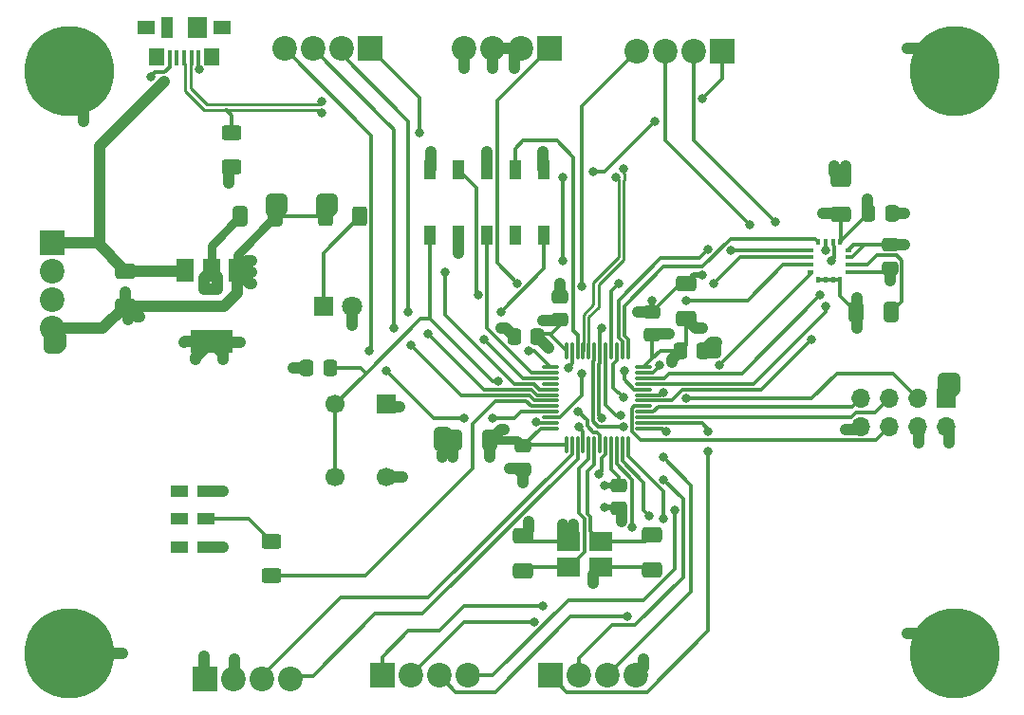
<source format=gbr>
%TF.GenerationSoftware,KiCad,Pcbnew,(6.0.9)*%
%TF.CreationDate,2022-12-05T13:16:43+00:00*%
%TF.ProjectId,stm32controller,73746d33-3263-46f6-9e74-726f6c6c6572,rev?*%
%TF.SameCoordinates,Original*%
%TF.FileFunction,Copper,L1,Top*%
%TF.FilePolarity,Positive*%
%FSLAX46Y46*%
G04 Gerber Fmt 4.6, Leading zero omitted, Abs format (unit mm)*
G04 Created by KiCad (PCBNEW (6.0.9)) date 2022-12-05 13:16:43*
%MOMM*%
%LPD*%
G01*
G04 APERTURE LIST*
G04 Aperture macros list*
%AMRoundRect*
0 Rectangle with rounded corners*
0 $1 Rounding radius*
0 $2 $3 $4 $5 $6 $7 $8 $9 X,Y pos of 4 corners*
0 Add a 4 corners polygon primitive as box body*
4,1,4,$2,$3,$4,$5,$6,$7,$8,$9,$2,$3,0*
0 Add four circle primitives for the rounded corners*
1,1,$1+$1,$2,$3*
1,1,$1+$1,$4,$5*
1,1,$1+$1,$6,$7*
1,1,$1+$1,$8,$9*
0 Add four rect primitives between the rounded corners*
20,1,$1+$1,$2,$3,$4,$5,0*
20,1,$1+$1,$4,$5,$6,$7,0*
20,1,$1+$1,$6,$7,$8,$9,0*
20,1,$1+$1,$8,$9,$2,$3,0*%
G04 Aperture macros list end*
%TA.AperFunction,SMDPad,CuDef*%
%ADD10RoundRect,0.250000X0.475000X-0.337500X0.475000X0.337500X-0.475000X0.337500X-0.475000X-0.337500X0*%
%TD*%
%TA.AperFunction,SMDPad,CuDef*%
%ADD11R,1.500000X2.000000*%
%TD*%
%TA.AperFunction,SMDPad,CuDef*%
%ADD12R,3.800000X2.000000*%
%TD*%
%TA.AperFunction,SMDPad,CuDef*%
%ADD13R,2.100000X1.800000*%
%TD*%
%TA.AperFunction,ComponentPad*%
%ADD14R,2.200000X2.200000*%
%TD*%
%TA.AperFunction,ComponentPad*%
%ADD15C,2.200000*%
%TD*%
%TA.AperFunction,ComponentPad*%
%ADD16C,1.700000*%
%TD*%
%TA.AperFunction,ComponentPad*%
%ADD17R,1.700000X1.700000*%
%TD*%
%TA.AperFunction,SMDPad,CuDef*%
%ADD18RoundRect,0.250000X0.412500X0.650000X-0.412500X0.650000X-0.412500X-0.650000X0.412500X-0.650000X0*%
%TD*%
%TA.AperFunction,SMDPad,CuDef*%
%ADD19R,1.020000X1.780000*%
%TD*%
%TA.AperFunction,SMDPad,CuDef*%
%ADD20RoundRect,0.250000X-0.475000X0.337500X-0.475000X-0.337500X0.475000X-0.337500X0.475000X0.337500X0*%
%TD*%
%TA.AperFunction,ComponentPad*%
%ADD21R,1.800000X1.800000*%
%TD*%
%TA.AperFunction,ComponentPad*%
%ADD22C,1.800000*%
%TD*%
%TA.AperFunction,SMDPad,CuDef*%
%ADD23RoundRect,0.075000X0.075000X-0.662500X0.075000X0.662500X-0.075000X0.662500X-0.075000X-0.662500X0*%
%TD*%
%TA.AperFunction,SMDPad,CuDef*%
%ADD24RoundRect,0.075000X0.662500X-0.075000X0.662500X0.075000X-0.662500X0.075000X-0.662500X-0.075000X0*%
%TD*%
%TA.AperFunction,SMDPad,CuDef*%
%ADD25RoundRect,0.250000X0.337500X0.475000X-0.337500X0.475000X-0.337500X-0.475000X0.337500X-0.475000X0*%
%TD*%
%TA.AperFunction,SMDPad,CuDef*%
%ADD26R,0.450000X1.380000*%
%TD*%
%TA.AperFunction,SMDPad,CuDef*%
%ADD27R,1.425000X1.550000*%
%TD*%
%TA.AperFunction,SMDPad,CuDef*%
%ADD28R,1.650000X1.300000*%
%TD*%
%TA.AperFunction,SMDPad,CuDef*%
%ADD29R,1.800000X1.900000*%
%TD*%
%TA.AperFunction,SMDPad,CuDef*%
%ADD30R,1.000000X1.900000*%
%TD*%
%TA.AperFunction,SMDPad,CuDef*%
%ADD31RoundRect,0.250000X-0.650000X0.412500X-0.650000X-0.412500X0.650000X-0.412500X0.650000X0.412500X0*%
%TD*%
%TA.AperFunction,SMDPad,CuDef*%
%ADD32RoundRect,0.250000X0.650000X-0.412500X0.650000X0.412500X-0.650000X0.412500X-0.650000X-0.412500X0*%
%TD*%
%TA.AperFunction,ConnectorPad*%
%ADD33C,8.000000*%
%TD*%
%TA.AperFunction,ComponentPad*%
%ADD34C,4.400000*%
%TD*%
%TA.AperFunction,SMDPad,CuDef*%
%ADD35RoundRect,0.250000X-0.337500X-0.475000X0.337500X-0.475000X0.337500X0.475000X-0.337500X0.475000X0*%
%TD*%
%TA.AperFunction,SMDPad,CuDef*%
%ADD36RoundRect,0.250000X0.625000X-0.400000X0.625000X0.400000X-0.625000X0.400000X-0.625000X-0.400000X0*%
%TD*%
%TA.AperFunction,ComponentPad*%
%ADD37O,1.700000X1.700000*%
%TD*%
%TA.AperFunction,SMDPad,CuDef*%
%ADD38RoundRect,0.100000X-0.100000X0.175000X-0.100000X-0.175000X0.100000X-0.175000X0.100000X0.175000X0*%
%TD*%
%TA.AperFunction,SMDPad,CuDef*%
%ADD39RoundRect,0.100000X-0.175000X0.100000X-0.175000X-0.100000X0.175000X-0.100000X0.175000X0.100000X0*%
%TD*%
%TA.AperFunction,SMDPad,CuDef*%
%ADD40R,1.600000X1.000000*%
%TD*%
%TA.AperFunction,SMDPad,CuDef*%
%ADD41RoundRect,0.250000X-0.625000X0.400000X-0.625000X-0.400000X0.625000X-0.400000X0.625000X0.400000X0*%
%TD*%
%TA.AperFunction,SMDPad,CuDef*%
%ADD42RoundRect,0.250000X-0.400000X-0.625000X0.400000X-0.625000X0.400000X0.625000X-0.400000X0.625000X0*%
%TD*%
%TA.AperFunction,SMDPad,CuDef*%
%ADD43RoundRect,0.250000X-0.412500X-0.650000X0.412500X-0.650000X0.412500X0.650000X-0.412500X0.650000X0*%
%TD*%
%TA.AperFunction,ViaPad*%
%ADD44C,0.800000*%
%TD*%
%TA.AperFunction,Conductor*%
%ADD45C,0.300000*%
%TD*%
%TA.AperFunction,Conductor*%
%ADD46C,1.000000*%
%TD*%
%TA.AperFunction,Conductor*%
%ADD47C,0.750000*%
%TD*%
%TA.AperFunction,Conductor*%
%ADD48C,0.500000*%
%TD*%
%TA.AperFunction,Conductor*%
%ADD49C,0.274828*%
%TD*%
G04 APERTURE END LIST*
D10*
%TO.P,C7,1*%
%TO.N,+3V3*%
X90000000Y-55575000D03*
%TO.P,C7,2*%
%TO.N,GND*%
X90000000Y-53500000D03*
%TD*%
D11*
%TO.P,U2,1,GND*%
%TO.N,GND*%
X52970000Y-49850000D03*
D12*
%TO.P,U2,2,VO*%
%TO.N,+3V3*%
X50670000Y-56150000D03*
D11*
X50670000Y-49850000D03*
%TO.P,U2,3,VI*%
%TO.N,+7.5V*%
X48370000Y-49850000D03*
%TD*%
D13*
%TO.P,Y1,1,1*%
%TO.N,/RCC_OSC_IN*%
X82500000Y-76300000D03*
%TO.P,Y1,2,2*%
%TO.N,GND*%
X85400000Y-76300000D03*
%TO.P,Y1,3,3*%
%TO.N,/RCC_OSC_OUT*%
X85400000Y-74000000D03*
%TO.P,Y1,4,4*%
%TO.N,GND*%
X82500000Y-74000000D03*
%TD*%
D14*
%TO.P,J8,1,Pin_1*%
%TO.N,A0*%
X65920000Y-86000000D03*
D15*
%TO.P,J8,2,Pin_2*%
%TO.N,A1*%
X68460000Y-86000000D03*
%TO.P,J8,3,Pin_3*%
%TO.N,A2*%
X71000000Y-86000000D03*
%TO.P,J8,4,Pin_4*%
%TO.N,A3*%
X73540000Y-86000000D03*
%TD*%
D16*
%TO.P,SW1,1,A*%
%TO.N,GND*%
X66250000Y-68250000D03*
D17*
X66250000Y-61750000D03*
D16*
%TO.P,SW1,2,B*%
%TO.N,nRST*%
X61750000Y-61750000D03*
X61750000Y-68250000D03*
%TD*%
D18*
%TO.P,C17,1*%
%TO.N,Net-(C17-Pad1)*%
X111325000Y-53537500D03*
%TO.P,C17,2*%
%TO.N,GND*%
X108200000Y-53537500D03*
%TD*%
D19*
%TO.P,J10,1,Pin_1*%
%TO.N,+3V3*%
X80330000Y-40840000D03*
%TO.P,J10,2,Pin_2*%
%TO.N,SWDIO*%
X77790000Y-40840000D03*
%TO.P,J10,3,Pin_3*%
%TO.N,GND*%
X75250000Y-40840000D03*
%TO.P,J10,4,Pin_4*%
%TO.N,SWCLK*%
X72710000Y-40840000D03*
%TO.P,J10,5,Pin_5*%
%TO.N,GND*%
X70170000Y-40840000D03*
%TO.P,J10,6,Pin_6*%
%TO.N,TDO*%
X80330000Y-46660000D03*
%TO.P,J10,7,Pin_7*%
%TO.N,unconnected-(J10-Pad7)*%
X77790000Y-46660000D03*
%TO.P,J10,8,Pin_8*%
%TO.N,TDI*%
X75250000Y-46660000D03*
%TO.P,J10,9,Pin_9*%
%TO.N,GND*%
X72710000Y-46660000D03*
%TO.P,J10,10,Pin_10*%
%TO.N,nRST*%
X70170000Y-46660000D03*
%TD*%
D20*
%TO.P,C10,1*%
%TO.N,+3V3*%
X87000000Y-69000000D03*
%TO.P,C10,2*%
%TO.N,GND*%
X87000000Y-71075000D03*
%TD*%
D14*
%TO.P,J3,1,Pin_1*%
%TO.N,+3V3*%
X50130000Y-86288345D03*
D15*
%TO.P,J3,2,Pin_2*%
%TO.N,GND*%
X52670000Y-86288345D03*
%TO.P,J3,3,Pin_3*%
%TO.N,C13*%
X55210000Y-86288345D03*
%TO.P,J3,4,Pin_4*%
%TO.N,C14*%
X57750000Y-86288345D03*
%TD*%
D21*
%TO.P,D1,1,K*%
%TO.N,Net-(D1-Pad1)*%
X60670000Y-53000000D03*
D22*
%TO.P,D1,2,A*%
%TO.N,+3V3*%
X63210000Y-53000000D03*
%TD*%
D14*
%TO.P,J6,1,Pin_1*%
%TO.N,D9*%
X80815000Y-30000000D03*
D15*
%TO.P,J6,2,Pin_2*%
%TO.N,GND*%
X78275000Y-30000000D03*
%TO.P,J6,3,Pin_3*%
X75735000Y-30000000D03*
%TO.P,J6,4,Pin_4*%
%TO.N,+3V3*%
X73195000Y-30000000D03*
%TD*%
D23*
%TO.P,U1,1,VBAT*%
%TO.N,+3V3*%
X82350000Y-65362500D03*
%TO.P,U1,2,PC13*%
%TO.N,C13*%
X82850000Y-65362500D03*
%TO.P,U1,3,PC14*%
%TO.N,C14*%
X83350000Y-65362500D03*
%TO.P,U1,4,PC15*%
%TO.N,C15*%
X83850000Y-65362500D03*
%TO.P,U1,5,PD0*%
%TO.N,/RCC_OSC_IN*%
X84350000Y-65362500D03*
%TO.P,U1,6,PD1*%
%TO.N,/RCC_OSC_OUT*%
X84850000Y-65362500D03*
%TO.P,U1,7,NRST*%
%TO.N,nRST*%
X85350000Y-65362500D03*
%TO.P,U1,8,VSSA*%
%TO.N,GND*%
X85850000Y-65362500D03*
%TO.P,U1,9,VDDA*%
%TO.N,+3V3*%
X86350000Y-65362500D03*
%TO.P,U1,10,PA0*%
%TO.N,A0*%
X86850000Y-65362500D03*
%TO.P,U1,11,PA1*%
%TO.N,A1*%
X87350000Y-65362500D03*
%TO.P,U1,12,PA2*%
%TO.N,A2*%
X87850000Y-65362500D03*
D24*
%TO.P,U1,13,PA3*%
%TO.N,A3*%
X89262500Y-63950000D03*
%TO.P,U1,14,PA4*%
%TO.N,A4*%
X89262500Y-63450000D03*
%TO.P,U1,15,PA5*%
%TO.N,SCK*%
X89262500Y-62950000D03*
%TO.P,U1,16,PA6*%
%TO.N,MISO*%
X89262500Y-62450000D03*
%TO.P,U1,17,PA7*%
%TO.N,MOSI*%
X89262500Y-61950000D03*
%TO.P,U1,18,PB0*%
%TO.N,D0*%
X89262500Y-61450000D03*
%TO.P,U1,19,PB1*%
%TO.N,D1*%
X89262500Y-60950000D03*
%TO.P,U1,20,PB2*%
%TO.N,D2*%
X89262500Y-60450000D03*
%TO.P,U1,21,PB10*%
%TO.N,I2C_SCL*%
X89262500Y-59950000D03*
%TO.P,U1,22,PB11*%
%TO.N,I2C_SDA*%
X89262500Y-59450000D03*
%TO.P,U1,23,VSS*%
%TO.N,GND*%
X89262500Y-58950000D03*
%TO.P,U1,24,VDD*%
%TO.N,+3V3*%
X89262500Y-58450000D03*
D23*
%TO.P,U1,25,PB12*%
%TO.N,GYRO_SDO*%
X87850000Y-57037500D03*
%TO.P,U1,26,PB13*%
%TO.N,GYRO_CS*%
X87350000Y-57037500D03*
%TO.P,U1,27,PB14*%
%TO.N,DEN*%
X86850000Y-57037500D03*
%TO.P,U1,28,PB15*%
%TO.N,DRDY*%
X86350000Y-57037500D03*
%TO.P,U1,29,PA8*%
%TO.N,nrf_CE*%
X85850000Y-57037500D03*
%TO.P,U1,30,PA9*%
%TO.N,GYRO_INT*%
X85350000Y-57037500D03*
%TO.P,U1,31,PA10*%
%TO.N,A10*%
X84850000Y-57037500D03*
%TO.P,U1,32,PA11*%
%TO.N,/USB_D-*%
X84350000Y-57037500D03*
%TO.P,U1,33,PA12*%
%TO.N,/USB_D+*%
X83850000Y-57037500D03*
%TO.P,U1,34,PA13*%
%TO.N,SWDIO*%
X83350000Y-57037500D03*
%TO.P,U1,35,VSS*%
%TO.N,GND*%
X82850000Y-57037500D03*
%TO.P,U1,36,VDD*%
%TO.N,+3V3*%
X82350000Y-57037500D03*
D24*
%TO.P,U1,37,PA14*%
%TO.N,SWCLK*%
X80937500Y-58450000D03*
%TO.P,U1,38,PA15*%
%TO.N,TDI*%
X80937500Y-58950000D03*
%TO.P,U1,39,PB3*%
%TO.N,TDO*%
X80937500Y-59450000D03*
%TO.P,U1,40,PB4*%
%TO.N,unconnected-(U1-Pad40)*%
X80937500Y-59950000D03*
%TO.P,U1,41,PB5*%
%TO.N,D5*%
X80937500Y-60450000D03*
%TO.P,U1,42,PB6*%
%TO.N,D6*%
X80937500Y-60950000D03*
%TO.P,U1,43,PB7*%
%TO.N,D7*%
X80937500Y-61450000D03*
%TO.P,U1,44,BOOT0*%
%TO.N,/variable_boot*%
X80937500Y-61950000D03*
%TO.P,U1,45,PB8*%
%TO.N,D8*%
X80937500Y-62450000D03*
%TO.P,U1,46,PB9*%
%TO.N,D9*%
X80937500Y-62950000D03*
%TO.P,U1,47,VSS*%
%TO.N,GND*%
X80937500Y-63450000D03*
%TO.P,U1,48,VDD*%
%TO.N,+3V3*%
X80937500Y-63950000D03*
%TD*%
D25*
%TO.P,C1,1*%
%TO.N,nRST*%
X61250000Y-58500000D03*
%TO.P,C1,2*%
%TO.N,GND*%
X59175000Y-58500000D03*
%TD*%
D26*
%TO.P,J2,1,VBUS*%
%TO.N,+7.5V*%
X49550000Y-30810000D03*
%TO.P,J2,2,D-*%
%TO.N,/USB_D-*%
X48900000Y-30810000D03*
%TO.P,J2,3,D+*%
%TO.N,/USB_D+*%
X48250000Y-30810000D03*
%TO.P,J2,4,ID*%
%TO.N,unconnected-(J2-Pad4)*%
X47600000Y-30810000D03*
%TO.P,J2,5,GND*%
%TO.N,GND*%
X46950000Y-30810000D03*
D27*
%TO.P,J2,6,Shield*%
%TO.N,unconnected-(J2-Pad6)*%
X50737500Y-30725000D03*
D28*
X44875000Y-28150000D03*
X51625000Y-28150000D03*
D27*
X45762500Y-30725000D03*
D29*
X49400000Y-28150000D03*
D30*
X46700000Y-28150000D03*
%TD*%
D14*
%TO.P,J5,1,Pin_1*%
%TO.N,D5*%
X64815000Y-30000000D03*
D15*
%TO.P,J5,2,Pin_2*%
%TO.N,D6*%
X62275000Y-30000000D03*
%TO.P,J5,3,Pin_3*%
%TO.N,D7*%
X59735000Y-30000000D03*
%TO.P,J5,4,Pin_4*%
%TO.N,D8*%
X57195000Y-30000000D03*
%TD*%
D31*
%TO.P,C12,1*%
%TO.N,+7.5V*%
X43000000Y-49875000D03*
%TO.P,C12,2*%
%TO.N,GND*%
X43000000Y-53000000D03*
%TD*%
D32*
%TO.P,C3,1*%
%TO.N,/RCC_OSC_IN*%
X78500000Y-76625000D03*
%TO.P,C3,2*%
%TO.N,GND*%
X78500000Y-73500000D03*
%TD*%
D33*
%TO.P,H2,1,1*%
%TO.N,GND*%
X38000000Y-32000000D03*
D34*
X38000000Y-32000000D03*
%TD*%
D35*
%TO.P,C14,1*%
%TO.N,+3V3*%
X109300000Y-44725000D03*
%TO.P,C14,2*%
%TO.N,GND*%
X111375000Y-44725000D03*
%TD*%
D34*
%TO.P,H4,1,1*%
%TO.N,GND*%
X117000000Y-84000000D03*
D33*
X117000000Y-84000000D03*
%TD*%
D14*
%TO.P,J4,1,Pin_1*%
%TO.N,C15*%
X96290000Y-30250000D03*
D15*
%TO.P,J4,2,Pin_2*%
%TO.N,D0*%
X93750000Y-30250000D03*
%TO.P,J4,3,Pin_3*%
%TO.N,D1*%
X91210000Y-30250000D03*
%TO.P,J4,4,Pin_4*%
%TO.N,D2*%
X88670000Y-30250000D03*
%TD*%
D18*
%TO.P,C2,1*%
%TO.N,+3V3*%
X75500000Y-65000000D03*
%TO.P,C2,2*%
%TO.N,GND*%
X72375000Y-65000000D03*
%TD*%
D36*
%TO.P,R5,1*%
%TO.N,+3V3*%
X52500000Y-40600000D03*
%TO.P,R5,2*%
%TO.N,/USB_D+*%
X52500000Y-37500000D03*
%TD*%
D32*
%TO.P,C16,1*%
%TO.N,+3V3*%
X106800000Y-44787500D03*
%TO.P,C16,2*%
%TO.N,GND*%
X106800000Y-41662500D03*
%TD*%
D10*
%TO.P,C6,1*%
%TO.N,+3V3*%
X81750000Y-54250000D03*
%TO.P,C6,2*%
%TO.N,GND*%
X81750000Y-52175000D03*
%TD*%
D32*
%TO.P,C11,1*%
%TO.N,+3V3*%
X93000000Y-54125000D03*
%TO.P,C11,2*%
%TO.N,GND*%
X93000000Y-51000000D03*
%TD*%
D17*
%TO.P,J1,1,Pin_1*%
%TO.N,GND*%
X116250000Y-61250000D03*
D37*
%TO.P,J1,2,Pin_2*%
%TO.N,+3V3*%
X116250000Y-63790000D03*
%TO.P,J1,3,Pin_3*%
%TO.N,nrf_CE*%
X113710000Y-61250000D03*
%TO.P,J1,4,Pin_4*%
%TO.N,+3V3*%
X113710000Y-63790000D03*
%TO.P,J1,5,Pin_5*%
%TO.N,SCK*%
X111170000Y-61250000D03*
%TO.P,J1,6,Pin_6*%
%TO.N,MOSI*%
X111170000Y-63790000D03*
%TO.P,J1,7,Pin_7*%
%TO.N,MISO*%
X108630000Y-61250000D03*
%TO.P,J1,8,Pin_8*%
%TO.N,+3V3*%
X108630000Y-63790000D03*
%TD*%
D38*
%TO.P,U3,1,VDDIO*%
%TO.N,+3V3*%
X106775000Y-47275000D03*
%TO.P,U3,2,SCL/SPC*%
%TO.N,I2C_SCL*%
X106125000Y-47275000D03*
%TO.P,U3,3,SDA/SDI/SDO*%
%TO.N,I2C_SDA*%
X105475000Y-47275000D03*
%TO.P,U3,4,SDO/SA0*%
%TO.N,GYRO_SDO*%
X104825000Y-47275000D03*
D39*
%TO.P,U3,5,CS*%
%TO.N,GYRO_CS*%
X104100000Y-48000000D03*
%TO.P,U3,6,DRDY/INT2*%
%TO.N,DRDY*%
X104100000Y-48650000D03*
%TO.P,U3,7,INT1*%
%TO.N,GYRO_INT*%
X104100000Y-49300000D03*
%TO.P,U3,8,RES(GND)*%
%TO.N,DEN*%
X104100000Y-49950000D03*
D38*
%TO.P,U3,9,RES(GND)*%
%TO.N,GND*%
X104825000Y-50675000D03*
%TO.P,U3,10,RES(GND)*%
X105475000Y-50675000D03*
%TO.P,U3,11,RES(GND)*%
X106125000Y-50675000D03*
%TO.P,U3,12,RES(GND)*%
X106775000Y-50675000D03*
D39*
%TO.P,U3,13,GND*%
X107500000Y-49950000D03*
%TO.P,U3,14,RES(CAP)*%
%TO.N,Net-(C17-Pad1)*%
X107500000Y-49300000D03*
%TO.P,U3,15,RES(VDD)*%
%TO.N,+3V3*%
X107500000Y-48650000D03*
%TO.P,U3,16,VDD*%
X107500000Y-48000000D03*
%TD*%
D20*
%TO.P,C9,1*%
%TO.N,+3V3*%
X78500000Y-65500000D03*
%TO.P,C9,2*%
%TO.N,GND*%
X78500000Y-67575000D03*
%TD*%
D25*
%TO.P,C4,1*%
%TO.N,+3V3*%
X79750000Y-55750000D03*
%TO.P,C4,2*%
%TO.N,GND*%
X77675000Y-55750000D03*
%TD*%
D20*
%TO.P,C15,1*%
%TO.N,+3V3*%
X111200000Y-47537500D03*
%TO.P,C15,2*%
%TO.N,GND*%
X111200000Y-49612500D03*
%TD*%
D14*
%TO.P,J9,1,Pin_1*%
%TO.N,A4*%
X80920000Y-86000000D03*
D15*
%TO.P,J9,2,Pin_2*%
%TO.N,GYRO_INT*%
X83460000Y-86000000D03*
%TO.P,J9,3,Pin_3*%
%TO.N,A10*%
X86000000Y-86000000D03*
%TO.P,J9,4,Pin_4*%
%TO.N,GND*%
X88540000Y-86000000D03*
%TD*%
D40*
%TO.P,SW2,1,A*%
%TO.N,GND*%
X50200000Y-69500000D03*
%TO.P,SW2,2,B*%
%TO.N,Net-(R1-Pad1)*%
X50200000Y-72000000D03*
%TO.P,SW2,3,C*%
%TO.N,+3V3*%
X50200000Y-74500000D03*
%TO.P,SW2,4*%
%TO.N,N/C*%
X47800000Y-69500000D03*
%TO.P,SW2,5*%
X47800000Y-72000000D03*
%TO.P,SW2,6*%
X47800000Y-74500000D03*
%TD*%
D34*
%TO.P,H3,1,1*%
%TO.N,GND*%
X117000000Y-32000000D03*
D33*
X117000000Y-32000000D03*
%TD*%
D14*
%TO.P,J7,1,Pin_1*%
%TO.N,+7.5V*%
X36500000Y-47380000D03*
D15*
%TO.P,J7,2,Pin_2*%
%TO.N,unconnected-(J7-Pad2)*%
X36500000Y-49920000D03*
%TO.P,J7,3,Pin_3*%
%TO.N,unconnected-(J7-Pad3)*%
X36500000Y-52460000D03*
%TO.P,J7,4,Pin_4*%
%TO.N,GND*%
X36500000Y-55000000D03*
%TD*%
D41*
%TO.P,R1,1*%
%TO.N,Net-(R1-Pad1)*%
X56000000Y-74000000D03*
%TO.P,R1,2*%
%TO.N,/variable_boot*%
X56000000Y-77100000D03*
%TD*%
D31*
%TO.P,C5,1*%
%TO.N,/RCC_OSC_OUT*%
X90000000Y-73437500D03*
%TO.P,C5,2*%
%TO.N,GND*%
X90000000Y-76562500D03*
%TD*%
D42*
%TO.P,R6,1*%
%TO.N,GND*%
X60855000Y-45000000D03*
%TO.P,R6,2*%
%TO.N,Net-(D1-Pad1)*%
X63955000Y-45000000D03*
%TD*%
D43*
%TO.P,C13,1*%
%TO.N,+3V3*%
X53280000Y-45000000D03*
%TO.P,C13,2*%
%TO.N,GND*%
X56405000Y-45000000D03*
%TD*%
D33*
%TO.P,H1,1,1*%
%TO.N,GND*%
X38000000Y-84000000D03*
D34*
X38000000Y-84000000D03*
%TD*%
D35*
%TO.P,C8,1*%
%TO.N,+3V3*%
X92500000Y-57000000D03*
%TO.P,C8,2*%
%TO.N,GND*%
X94575000Y-57000000D03*
%TD*%
D44*
%TO.N,A4*%
X95000000Y-64240500D03*
X95000000Y-66000000D03*
%TO.N,GYRO_INT*%
X91000000Y-68500000D03*
X93000000Y-52500000D03*
X85500000Y-55000000D03*
X85500000Y-63000500D03*
%TO.N,A10*%
X87425500Y-63750000D03*
X91000000Y-66500000D03*
%TO.N,GND*%
X58000000Y-58500000D03*
X76500000Y-55000000D03*
X95750000Y-56250000D03*
X43250000Y-54250000D03*
X67500000Y-62000000D03*
X39250000Y-36500000D03*
X84750000Y-77750000D03*
X54250000Y-50000000D03*
X90683328Y-58266668D03*
X87250000Y-72250000D03*
X72750000Y-48250000D03*
X72250000Y-66500000D03*
X75250000Y-39250000D03*
X75750000Y-31750000D03*
X37250000Y-56500000D03*
X57000000Y-43500000D03*
X44250000Y-54000000D03*
X77250000Y-67500000D03*
X112500000Y-44750000D03*
X54250000Y-51000000D03*
X82000000Y-72500000D03*
X107250000Y-40500000D03*
X111250000Y-50750000D03*
X56000000Y-43500000D03*
X79622909Y-63334091D03*
X71000000Y-64250000D03*
X42750000Y-84000000D03*
X43000000Y-51750000D03*
X94500000Y-50250000D03*
X89250000Y-84500000D03*
X117000000Y-59500000D03*
X88750000Y-53500000D03*
X85750000Y-71000000D03*
X77702912Y-31751438D03*
X45250000Y-32500000D03*
X51750000Y-69500000D03*
X95750000Y-57250000D03*
X52750000Y-84538345D03*
X70250000Y-39250000D03*
X108250000Y-52250000D03*
X112750000Y-82250000D03*
X71000000Y-65500000D03*
X106250000Y-40500000D03*
X83000000Y-72500000D03*
X81750000Y-51000000D03*
X82500000Y-58500000D03*
X67750000Y-68250000D03*
X60500000Y-43500000D03*
X36250000Y-56750000D03*
X108250000Y-55000000D03*
X85250000Y-68000000D03*
X54250000Y-49000000D03*
X71250000Y-66500000D03*
X112750000Y-30000000D03*
X79000000Y-72250000D03*
X78500000Y-68750000D03*
X61500000Y-43500000D03*
X90000000Y-52500000D03*
X116000000Y-59500000D03*
%TO.N,A0*%
X88250000Y-72750000D03*
X80250000Y-79750000D03*
%TO.N,A1*%
X79470023Y-81220023D03*
X89750000Y-71750000D03*
%TO.N,A2*%
X87750000Y-80750000D03*
X91000000Y-72000000D03*
%TO.N,A3*%
X91250000Y-64240500D03*
X92000000Y-71250000D03*
%TO.N,+7.5V*%
X46500000Y-33000000D03*
X49575001Y-31896108D03*
%TO.N,D9*%
X77970023Y-50970023D03*
X83750000Y-59000000D03*
%TO.N,D5*%
X71500000Y-50000000D03*
X69250000Y-37500000D03*
%TO.N,D6*%
X70000000Y-55500000D03*
X68250000Y-53500000D03*
%TO.N,D7*%
X68500000Y-56500000D03*
X67000000Y-55000000D03*
%TO.N,D8*%
X75750000Y-63000000D03*
X66250000Y-58750000D03*
X64750000Y-57000000D03*
X73250000Y-63000000D03*
%TO.N,C15*%
X90250000Y-36500000D03*
X83460889Y-63789111D03*
X82000000Y-49000000D03*
X94500000Y-34500000D03*
X84750000Y-41000000D03*
X82000000Y-41500000D03*
%TO.N,D0*%
X101000000Y-45500000D03*
X104250000Y-56000000D03*
%TO.N,D1*%
X91000000Y-60700500D03*
X98750000Y-45750000D03*
%TO.N,D2*%
X87500000Y-58750000D03*
X83750000Y-51250000D03*
%TO.N,/USB_D+*%
X60500000Y-35751600D03*
X86763555Y-41472925D03*
%TO.N,+3V3*%
X80750000Y-56750000D03*
X50000000Y-51500000D03*
X113750000Y-65250000D03*
X73250000Y-31750000D03*
X51750000Y-74500000D03*
X116500000Y-65250000D03*
X52250000Y-42000000D03*
X94500000Y-55000000D03*
X107250000Y-64000000D03*
X50000000Y-84288345D03*
X63250000Y-54750000D03*
X91750000Y-58000000D03*
X80220023Y-54279977D03*
X105250000Y-44750000D03*
X48250000Y-56250000D03*
X49250000Y-57750000D03*
X91500000Y-55500000D03*
X112500000Y-47500000D03*
X53250000Y-56250000D03*
X85750000Y-69000000D03*
X109250000Y-43500000D03*
X51750000Y-57750000D03*
X80250000Y-39250000D03*
X75500000Y-66500000D03*
X51250000Y-51500000D03*
X76750000Y-64000000D03*
%TO.N,nRST*%
X76250000Y-59750000D03*
X83392998Y-62392997D03*
%TO.N,I2C_SCL*%
X105500000Y-53000000D03*
X106000000Y-49000000D03*
%TO.N,I2C_SDA*%
X105000000Y-52000000D03*
X105500000Y-48000000D03*
%TO.N,GYRO_CS*%
X94970023Y-47970023D03*
X97029977Y-48029977D03*
%TO.N,DRDY*%
X87000000Y-51000000D03*
X95500000Y-51000000D03*
%TO.N,DEN*%
X87447122Y-61155731D03*
X96000000Y-58250500D03*
%TO.N,nrf_CE*%
X87197768Y-62776787D03*
X93000000Y-61250500D03*
%TO.N,/USB_D-*%
X87472925Y-40763555D03*
X60500000Y-34748400D03*
%TO.N,SWCLK*%
X79000000Y-57000000D03*
X74500000Y-52000000D03*
%TO.N,TDO*%
X76500000Y-53500000D03*
X75000000Y-56000000D03*
%TD*%
D45*
%TO.N,A4*%
X95000000Y-64240500D02*
X95000000Y-64000000D01*
X94450000Y-63450000D02*
X89262500Y-63450000D01*
X82370000Y-87450000D02*
X80920000Y-86000000D01*
X95000000Y-82000000D02*
X89550000Y-87450000D01*
X89550000Y-87450000D02*
X82370000Y-87450000D01*
X95000000Y-82000000D02*
X95000000Y-66000000D01*
X95000000Y-64000000D02*
X94450000Y-63450000D01*
%TO.N,GYRO_INT*%
X85350000Y-58083148D02*
X85350000Y-57037500D01*
X101700000Y-49300000D02*
X104100000Y-49300000D01*
X85350000Y-55150000D02*
X85500000Y-55000000D01*
X92750000Y-77250000D02*
X92750000Y-70250000D01*
X86404366Y-81500000D02*
X88500000Y-81500000D01*
X85250000Y-58183148D02*
X85350000Y-58083148D01*
X85500000Y-63000500D02*
X85250000Y-62750500D01*
X98500000Y-52500000D02*
X101700000Y-49300000D01*
X85350000Y-57037500D02*
X85350000Y-55150000D01*
X83460000Y-86000000D02*
X83460000Y-84444366D01*
X83460000Y-84444366D02*
X86404366Y-81500000D01*
X92750000Y-70250000D02*
X91000000Y-68500000D01*
X93000000Y-52500000D02*
X98500000Y-52500000D01*
X88500000Y-81500000D02*
X92750000Y-77250000D01*
X85250000Y-62750500D02*
X85250000Y-58183148D01*
%TO.N,A10*%
X93500000Y-78500000D02*
X93500000Y-69000000D01*
X93500000Y-69000000D02*
X91000000Y-66500000D01*
X84750000Y-57976041D02*
X84850000Y-57876041D01*
X84750000Y-63311161D02*
X84750000Y-57976041D01*
X86000000Y-86000000D02*
X93500000Y-78500000D01*
X84850000Y-57876041D02*
X84850000Y-57037500D01*
X85188839Y-63750000D02*
X84750000Y-63311161D01*
X87425500Y-63750000D02*
X85188839Y-63750000D01*
D46*
%TO.N,GND*%
X71000000Y-64250000D02*
X71000000Y-65500000D01*
X36250000Y-56750000D02*
X36250000Y-55250000D01*
X72250000Y-65500000D02*
X71000000Y-64250000D01*
D47*
X95750000Y-57250000D02*
X95750000Y-56250000D01*
D46*
X71000000Y-64250000D02*
X71625000Y-64250000D01*
X52750000Y-85958345D02*
X52670000Y-86038345D01*
X82000000Y-72500000D02*
X82000000Y-73500000D01*
X112500000Y-44750000D02*
X111400000Y-44750000D01*
D45*
X45600000Y-32150000D02*
X46500000Y-32150000D01*
D46*
X108250000Y-53487500D02*
X108200000Y-53537500D01*
X67750000Y-68250000D02*
X66250000Y-68250000D01*
X108250000Y-55000000D02*
X108250000Y-53587500D01*
D45*
X60855000Y-45000000D02*
X56405000Y-45000000D01*
D46*
X72250000Y-66500000D02*
X72250000Y-65125000D01*
X106250000Y-40500000D02*
X106250000Y-41112500D01*
X79000000Y-73000000D02*
X78500000Y-73500000D01*
X89250000Y-85290000D02*
X88540000Y-86000000D01*
D47*
X94825000Y-57250000D02*
X94575000Y-57000000D01*
D46*
X75250000Y-39250000D02*
X75250000Y-40840000D01*
X112750000Y-30000000D02*
X115000000Y-30000000D01*
X57000000Y-43500000D02*
X57000000Y-44405000D01*
X76925000Y-55000000D02*
X77675000Y-55750000D01*
X82000000Y-73500000D02*
X82500000Y-74000000D01*
D48*
X85750000Y-71000000D02*
X86925000Y-71000000D01*
D45*
X85250000Y-68000000D02*
X85500000Y-67750000D01*
D46*
X52970000Y-51850000D02*
X52970000Y-49850000D01*
X95750000Y-56250000D02*
X95325000Y-56250000D01*
X70250000Y-40760000D02*
X70170000Y-40840000D01*
X56000000Y-43500000D02*
X57000000Y-43500000D01*
X112750000Y-82250000D02*
X115250000Y-82250000D01*
X107250000Y-40500000D02*
X107250000Y-41212500D01*
X72750000Y-46700000D02*
X72710000Y-46660000D01*
X76500000Y-55000000D02*
X76925000Y-55000000D01*
D45*
X80937500Y-63450000D02*
X79738818Y-63450000D01*
D46*
X116000000Y-59500000D02*
X116000000Y-61000000D01*
D48*
X86925000Y-71000000D02*
X87000000Y-71075000D01*
D46*
X72250000Y-66500000D02*
X72250000Y-65500000D01*
D45*
X45250000Y-32500000D02*
X45600000Y-32150000D01*
D46*
X53120000Y-50000000D02*
X52970000Y-49850000D01*
X75750000Y-30015000D02*
X75735000Y-30000000D01*
X78275000Y-30000000D02*
X75735000Y-30000000D01*
X58000000Y-58500000D02*
X59175000Y-58500000D01*
D45*
X46950000Y-31700000D02*
X46950000Y-30810000D01*
D46*
X51820000Y-53000000D02*
X52970000Y-51850000D01*
D45*
X78500000Y-73500000D02*
X79000000Y-74000000D01*
D46*
X43000000Y-53000000D02*
X51820000Y-53000000D01*
X107250000Y-41212500D02*
X106800000Y-41662500D01*
X56000000Y-43500000D02*
X56000000Y-44595000D01*
X108250000Y-52250000D02*
X108250000Y-53487500D01*
X87250000Y-72250000D02*
X87250000Y-71325000D01*
X37000000Y-56750000D02*
X37250000Y-56500000D01*
D45*
X90000000Y-53500000D02*
X92500000Y-51000000D01*
X106125000Y-50675000D02*
X106775000Y-50675000D01*
D46*
X78425000Y-67500000D02*
X78500000Y-67575000D01*
X84750000Y-77750000D02*
X84750000Y-76950000D01*
X83000000Y-73500000D02*
X82500000Y-74000000D01*
X61500000Y-44355000D02*
X60855000Y-45000000D01*
X83000000Y-72500000D02*
X83000000Y-73500000D01*
X117000000Y-59500000D02*
X116000000Y-59500000D01*
D45*
X104825000Y-50675000D02*
X105475000Y-50675000D01*
D46*
X43250000Y-54250000D02*
X43250000Y-53250000D01*
X54250000Y-49000000D02*
X53820000Y-49000000D01*
D47*
X52970000Y-48435000D02*
X56405000Y-45000000D01*
D46*
X39250000Y-33250000D02*
X38000000Y-32000000D01*
X117000000Y-60500000D02*
X116250000Y-61250000D01*
X67500000Y-62000000D02*
X66500000Y-62000000D01*
X106250000Y-41112500D02*
X106800000Y-41662500D01*
D47*
X52970000Y-49850000D02*
X52970000Y-48435000D01*
D46*
X37250000Y-55750000D02*
X36500000Y-55000000D01*
X66500000Y-62000000D02*
X66250000Y-61750000D01*
D48*
X90000000Y-52500000D02*
X90000000Y-53500000D01*
D46*
X115000000Y-30000000D02*
X117000000Y-32000000D01*
X71000000Y-65500000D02*
X71875000Y-65500000D01*
X57000000Y-44405000D02*
X56405000Y-45000000D01*
D48*
X94500000Y-50250000D02*
X93750000Y-50250000D01*
D46*
X36250000Y-55250000D02*
X36500000Y-55000000D01*
X39250000Y-36500000D02*
X39250000Y-33250000D01*
D45*
X85850000Y-66201041D02*
X85850000Y-65362500D01*
D46*
X42750000Y-84000000D02*
X38000000Y-84000000D01*
X54250000Y-51000000D02*
X54120000Y-51000000D01*
X77250000Y-67500000D02*
X78425000Y-67500000D01*
D45*
X90683328Y-58367713D02*
X90101041Y-58950000D01*
D46*
X52750000Y-84538345D02*
X52750000Y-85958345D01*
X72250000Y-65125000D02*
X72375000Y-65000000D01*
X37250000Y-56500000D02*
X37250000Y-55750000D01*
X115250000Y-82250000D02*
X117000000Y-84000000D01*
D45*
X85500000Y-67750000D02*
X85500000Y-66551041D01*
D46*
X111400000Y-44750000D02*
X111375000Y-44725000D01*
X61500000Y-43500000D02*
X60500000Y-43500000D01*
X77702912Y-31751438D02*
X77702912Y-30572088D01*
X116000000Y-61000000D02*
X116250000Y-61250000D01*
X54120000Y-51000000D02*
X52970000Y-49850000D01*
D45*
X106775000Y-52112500D02*
X108200000Y-53537500D01*
X79738818Y-63450000D02*
X79622909Y-63334091D01*
D46*
X54250000Y-50000000D02*
X53120000Y-50000000D01*
D48*
X93750000Y-50250000D02*
X93000000Y-51000000D01*
D46*
X77702912Y-30572088D02*
X78275000Y-30000000D01*
D45*
X105475000Y-50675000D02*
X106125000Y-50675000D01*
X90101041Y-58950000D02*
X89262500Y-58950000D01*
D46*
X81750000Y-51000000D02*
X81750000Y-52175000D01*
X43250000Y-53250000D02*
X43000000Y-53000000D01*
D45*
X46500000Y-32150000D02*
X46950000Y-31700000D01*
D47*
X95750000Y-57250000D02*
X94825000Y-57250000D01*
D46*
X95325000Y-56250000D02*
X94575000Y-57000000D01*
D45*
X90683328Y-58266668D02*
X90683328Y-58367713D01*
X82850000Y-58150000D02*
X82850000Y-57037500D01*
D46*
X111250000Y-49662500D02*
X111200000Y-49612500D01*
X75750000Y-31750000D02*
X75750000Y-30015000D01*
D45*
X85500000Y-66551041D02*
X85850000Y-66201041D01*
D46*
X60500000Y-44645000D02*
X60855000Y-45000000D01*
D45*
X92500000Y-51000000D02*
X93000000Y-51000000D01*
D46*
X36500000Y-55000000D02*
X41000000Y-55000000D01*
X72750000Y-48250000D02*
X72750000Y-46700000D01*
D45*
X110862500Y-49950000D02*
X107500000Y-49950000D01*
X106775000Y-50675000D02*
X106775000Y-52112500D01*
D46*
X111250000Y-50750000D02*
X111250000Y-49662500D01*
X78500000Y-68750000D02*
X78500000Y-67575000D01*
X108250000Y-53587500D02*
X108200000Y-53537500D01*
D45*
X90000000Y-76562500D02*
X89737500Y-76300000D01*
D46*
X70250000Y-39250000D02*
X70250000Y-40760000D01*
D45*
X82500000Y-58500000D02*
X82850000Y-58150000D01*
D46*
X43000000Y-51750000D02*
X43000000Y-53000000D01*
X44000000Y-54000000D02*
X43000000Y-53000000D01*
X61500000Y-43500000D02*
X61500000Y-44355000D01*
X84750000Y-76950000D02*
X85400000Y-76300000D01*
X71625000Y-64250000D02*
X72375000Y-65000000D01*
X36250000Y-56750000D02*
X37000000Y-56750000D01*
X117000000Y-59500000D02*
X117000000Y-60500000D01*
X79000000Y-72250000D02*
X79000000Y-73000000D01*
X60500000Y-43500000D02*
X60500000Y-44645000D01*
X56000000Y-44595000D02*
X56405000Y-45000000D01*
X88750000Y-53500000D02*
X90000000Y-53500000D01*
X71250000Y-66125000D02*
X72375000Y-65000000D01*
X71250000Y-66500000D02*
X71250000Y-66125000D01*
X53820000Y-49000000D02*
X52970000Y-49850000D01*
X44250000Y-54000000D02*
X44000000Y-54000000D01*
X71875000Y-65500000D02*
X72375000Y-65000000D01*
X51750000Y-69500000D02*
X50200000Y-69500000D01*
D45*
X89737500Y-76300000D02*
X85400000Y-76300000D01*
D46*
X41000000Y-55000000D02*
X43000000Y-53000000D01*
D45*
X111200000Y-49612500D02*
X110862500Y-49950000D01*
D46*
X87250000Y-71325000D02*
X87000000Y-71075000D01*
D45*
X79000000Y-74000000D02*
X82500000Y-74000000D01*
D46*
X89250000Y-84500000D02*
X89250000Y-85290000D01*
D45*
%TO.N,A0*%
X86850000Y-65362500D02*
X86850000Y-67100000D01*
X88250000Y-68500000D02*
X88250000Y-72750000D01*
X68250000Y-82000000D02*
X65920000Y-84330000D01*
X80250000Y-79750000D02*
X73250000Y-79750000D01*
X65920000Y-84330000D02*
X65920000Y-86000000D01*
X73250000Y-79750000D02*
X71000000Y-82000000D01*
X71000000Y-82000000D02*
X68250000Y-82000000D01*
X86850000Y-67100000D02*
X88250000Y-68500000D01*
%TO.N,A1*%
X89750000Y-71750000D02*
X89250000Y-71250000D01*
X89250000Y-68750000D02*
X87350000Y-66850000D01*
X73239977Y-81220023D02*
X68460000Y-86000000D01*
X87350000Y-66850000D02*
X87350000Y-65362500D01*
X89250000Y-71250000D02*
X89250000Y-68750000D01*
X79470023Y-81220023D02*
X73239977Y-81220023D01*
%TO.N,A2*%
X72450000Y-87450000D02*
X76050000Y-87450000D01*
X91000000Y-69560661D02*
X87850000Y-66410661D01*
X71000000Y-86000000D02*
X72450000Y-87450000D01*
X87850000Y-66410661D02*
X87850000Y-65362500D01*
X91000000Y-72000000D02*
X91000000Y-69560661D01*
X82750000Y-80750000D02*
X87750000Y-80750000D01*
X76050000Y-87450000D02*
X82750000Y-80750000D01*
%TO.N,A3*%
X90959500Y-63950000D02*
X89262500Y-63950000D01*
X92000000Y-76473528D02*
X92000000Y-71250000D01*
X73540000Y-86000000D02*
X75750000Y-86000000D01*
X89223528Y-79250000D02*
X92000000Y-76473528D01*
X75750000Y-86000000D02*
X82500000Y-79250000D01*
X91250000Y-64240500D02*
X90959500Y-63950000D01*
X82500000Y-79250000D02*
X89223528Y-79250000D01*
D46*
%TO.N,+7.5V*%
X40750000Y-38750000D02*
X40750000Y-47135000D01*
D45*
X49550000Y-30810000D02*
X49550000Y-31871107D01*
D46*
X48345000Y-49875000D02*
X48370000Y-49850000D01*
D45*
X49550000Y-31871107D02*
X49575001Y-31896108D01*
D46*
X40505000Y-47380000D02*
X43000000Y-49875000D01*
X43000000Y-49875000D02*
X48345000Y-49875000D01*
X40750000Y-47135000D02*
X40505000Y-47380000D01*
X46500000Y-33000000D02*
X40750000Y-38750000D01*
X36500000Y-47380000D02*
X40505000Y-47380000D01*
D45*
%TO.N,D9*%
X83750000Y-60976041D02*
X81776041Y-62950000D01*
X81776041Y-62950000D02*
X80937500Y-62950000D01*
X80815000Y-30000000D02*
X76160001Y-34654999D01*
X83750000Y-59000000D02*
X83750000Y-60976041D01*
X76160001Y-34654999D02*
X76160001Y-49160001D01*
X76160001Y-49160001D02*
X77970023Y-50970023D01*
%TO.N,D5*%
X80937500Y-60450000D02*
X79914212Y-60450000D01*
X69250000Y-37500000D02*
X69250000Y-34435000D01*
X79914212Y-60450000D02*
X79464212Y-60000000D01*
X71500000Y-53750000D02*
X71500000Y-50000000D01*
X71500000Y-53750000D02*
X77750000Y-60000000D01*
X79464212Y-60000000D02*
X77750000Y-60000000D01*
X69250000Y-34435000D02*
X64815000Y-30000000D01*
%TO.N,D6*%
X79257106Y-60500000D02*
X75000000Y-60500000D01*
X62275000Y-30525000D02*
X62275000Y-30000000D01*
X68250000Y-36500000D02*
X62275000Y-30525000D01*
X75000000Y-60500000D02*
X70000000Y-55500000D01*
X68250000Y-53500000D02*
X68250000Y-36500000D01*
X80937500Y-60950000D02*
X79707106Y-60950000D01*
X79707106Y-60950000D02*
X79257106Y-60500000D01*
%TO.N,D7*%
X66485000Y-36750000D02*
X66500000Y-36750000D01*
X73000000Y-61000000D02*
X79050000Y-61000000D01*
X68500000Y-56500000D02*
X73000000Y-61000000D01*
X79050000Y-61000000D02*
X79500000Y-61450000D01*
X66500000Y-36750000D02*
X67000000Y-37250000D01*
X59735000Y-30000000D02*
X66485000Y-36750000D01*
X79500000Y-61450000D02*
X80937500Y-61450000D01*
X67000000Y-37250000D02*
X67000000Y-55000000D01*
%TO.N,D8*%
X64955000Y-37760000D02*
X64955000Y-56795000D01*
X64955000Y-56795000D02*
X64750000Y-57000000D01*
X77750000Y-63000000D02*
X78300000Y-62450000D01*
X78300000Y-62450000D02*
X80937500Y-62450000D01*
X70500000Y-63000000D02*
X73250000Y-63000000D01*
X66250000Y-58750000D02*
X70500000Y-63000000D01*
X57195000Y-30000000D02*
X64955000Y-37760000D01*
X75750000Y-63000000D02*
X77750000Y-63000000D01*
%TO.N,C15*%
X85750000Y-41000000D02*
X90250000Y-36500000D01*
X83850000Y-64178222D02*
X83460889Y-63789111D01*
X96290000Y-32710000D02*
X96290000Y-30250000D01*
X84750000Y-41000000D02*
X85750000Y-41000000D01*
X94500000Y-34500000D02*
X96290000Y-32710000D01*
X83850000Y-65362500D02*
X83850000Y-64178222D01*
X82000000Y-49000000D02*
X82000000Y-41500000D01*
%TO.N,D0*%
X92689839Y-60500000D02*
X99750000Y-60500000D01*
X89262500Y-61450000D02*
X91739839Y-61450000D01*
X101000000Y-45500000D02*
X93750000Y-38250000D01*
X93750000Y-38250000D02*
X93750000Y-30250000D01*
X99750000Y-60500000D02*
X104250000Y-56000000D01*
X91739839Y-61450000D02*
X92689839Y-60500000D01*
%TO.N,D1*%
X91210000Y-38210000D02*
X98750000Y-45750000D01*
X90750500Y-60950000D02*
X89262500Y-60950000D01*
X91210000Y-30250000D02*
X91210000Y-38210000D01*
X91000000Y-60700500D02*
X90750500Y-60950000D01*
%TO.N,D2*%
X87500000Y-59526041D02*
X88423959Y-60450000D01*
X83750000Y-51250000D02*
X83750000Y-35170000D01*
X88423959Y-60450000D02*
X89262500Y-60450000D01*
X83750000Y-35170000D02*
X88670000Y-30250000D01*
X87500000Y-58750000D02*
X87500000Y-59526041D01*
%TO.N,C13*%
X62248345Y-79000000D02*
X70051041Y-79000000D01*
X82850000Y-66201041D02*
X82850000Y-65362500D01*
X55210000Y-86038345D02*
X62248345Y-79000000D01*
X70051041Y-79000000D02*
X82850000Y-66201041D01*
%TO.N,C14*%
X83350000Y-66650000D02*
X69500000Y-80500000D01*
X65288345Y-80500000D02*
X69500000Y-80500000D01*
X83350000Y-65362500D02*
X83350000Y-66650000D01*
X65288345Y-80500000D02*
X59750000Y-86038345D01*
X59750000Y-86038345D02*
X57750000Y-86038345D01*
%TO.N,Net-(D1-Pad1)*%
X60670000Y-48285000D02*
X63955000Y-45000000D01*
X60670000Y-53000000D02*
X60670000Y-48285000D01*
D49*
%TO.N,/USB_D+*%
X48335986Y-31360986D02*
X48335986Y-33835986D01*
X86994897Y-41704267D02*
X86994897Y-48667085D01*
X84760986Y-50900996D02*
X84760986Y-52900996D01*
X83860986Y-53800996D02*
X83860986Y-57026514D01*
X86994897Y-48667085D02*
X84760986Y-50900996D01*
D45*
X52500000Y-37500000D02*
X52500000Y-35978028D01*
D49*
X60237414Y-35489014D02*
X60500000Y-35751600D01*
X83860986Y-57026514D02*
X83850000Y-57037500D01*
X49989014Y-35489014D02*
X60237414Y-35489014D01*
X86763555Y-41472925D02*
X86994897Y-41704267D01*
X48250000Y-30810000D02*
X48250000Y-31275000D01*
X48335986Y-33835986D02*
X49989014Y-35489014D01*
D45*
X52500000Y-35978028D02*
X52020372Y-35498400D01*
D49*
X48250000Y-31275000D02*
X48335986Y-31360986D01*
X84760986Y-52900996D02*
X83860986Y-53800996D01*
D45*
X52020372Y-35498400D02*
X52010986Y-35498400D01*
%TO.N,Net-(R1-Pad1)*%
X50200000Y-72000000D02*
X54000000Y-72000000D01*
X54000000Y-72000000D02*
X56000000Y-74000000D01*
%TO.N,/variable_boot*%
X74000000Y-67500000D02*
X74000000Y-63500000D01*
X76000000Y-61500000D02*
X78750000Y-61500000D01*
X78750000Y-61500000D02*
X79200000Y-61950000D01*
X79200000Y-61950000D02*
X80937500Y-61950000D01*
X56000000Y-77100000D02*
X64400000Y-77100000D01*
X74000000Y-63500000D02*
X76000000Y-61500000D01*
X64400000Y-77100000D02*
X74000000Y-67500000D01*
D46*
%TO.N,+3V3*%
X51250000Y-50430000D02*
X50670000Y-49850000D01*
D45*
X92500000Y-57000000D02*
X90712500Y-57000000D01*
X89262500Y-58450000D02*
X90000000Y-57712500D01*
D46*
X93875000Y-55000000D02*
X93000000Y-54125000D01*
X108420000Y-64000000D02*
X108630000Y-63790000D01*
X50000000Y-50520000D02*
X50670000Y-49850000D01*
X94500000Y-55000000D02*
X93875000Y-55000000D01*
D45*
X80906250Y-55593750D02*
X82350000Y-57037500D01*
D46*
X91750000Y-57750000D02*
X92500000Y-57000000D01*
X52250000Y-40850000D02*
X52500000Y-40600000D01*
X50000000Y-84288345D02*
X50000000Y-85908345D01*
X51250000Y-51500000D02*
X51250000Y-50430000D01*
D45*
X87000000Y-69000000D02*
X87000000Y-68250000D01*
D46*
X50000000Y-85908345D02*
X50130000Y-86038345D01*
D45*
X107875000Y-48650000D02*
X108987500Y-47537500D01*
D46*
X51750000Y-57750000D02*
X51750000Y-57230000D01*
X76750000Y-64000000D02*
X76500000Y-64000000D01*
D45*
X78500000Y-65500000D02*
X80050000Y-63950000D01*
X93000000Y-54125000D02*
X93000000Y-56500000D01*
X80812500Y-55500000D02*
X80906250Y-55593750D01*
D46*
X105250000Y-44750000D02*
X106762500Y-44750000D01*
D45*
X86350000Y-67600000D02*
X86350000Y-65362500D01*
D46*
X48350000Y-56150000D02*
X48250000Y-56250000D01*
X50670000Y-56150000D02*
X48350000Y-56150000D01*
D45*
X107962500Y-47537500D02*
X107500000Y-48000000D01*
D46*
X111237500Y-47500000D02*
X111200000Y-47537500D01*
D45*
X90712500Y-57000000D02*
X90000000Y-57712500D01*
D46*
X80250000Y-40760000D02*
X80330000Y-40840000D01*
X107250000Y-64000000D02*
X108420000Y-64000000D01*
X63250000Y-53040000D02*
X63210000Y-53000000D01*
D45*
X109300000Y-44725000D02*
X106775000Y-47250000D01*
D46*
X106762500Y-44750000D02*
X106800000Y-44787500D01*
X50770000Y-56250000D02*
X50670000Y-56150000D01*
X112500000Y-47500000D02*
X111237500Y-47500000D01*
X51750000Y-57230000D02*
X50670000Y-56150000D01*
X80250000Y-39250000D02*
X80250000Y-40760000D01*
D45*
X90000000Y-57712500D02*
X90000000Y-55575000D01*
D46*
X80220023Y-54279977D02*
X81720023Y-54279977D01*
D45*
X80000000Y-55500000D02*
X80812500Y-55500000D01*
D46*
X51250000Y-51500000D02*
X50000000Y-51500000D01*
D45*
X108987500Y-47537500D02*
X107962500Y-47537500D01*
D46*
X90075000Y-55500000D02*
X90000000Y-55575000D01*
X63250000Y-54750000D02*
X63250000Y-53040000D01*
X109250000Y-43500000D02*
X109250000Y-44675000D01*
X91500000Y-55500000D02*
X90075000Y-55500000D01*
D47*
X50670000Y-47610000D02*
X53280000Y-45000000D01*
D45*
X107500000Y-48650000D02*
X107875000Y-48650000D01*
D47*
X75500000Y-65000000D02*
X78000000Y-65000000D01*
D45*
X87000000Y-68250000D02*
X86350000Y-67600000D01*
X80906250Y-55593750D02*
X81750000Y-54750000D01*
D46*
X116500000Y-65250000D02*
X116500000Y-64040000D01*
X76500000Y-64000000D02*
X75500000Y-65000000D01*
X113750000Y-65250000D02*
X113750000Y-63830000D01*
D45*
X106800000Y-47250000D02*
X106775000Y-47275000D01*
D46*
X116500000Y-64040000D02*
X116250000Y-63790000D01*
X52250000Y-42000000D02*
X52250000Y-40850000D01*
X51750000Y-74500000D02*
X50200000Y-74500000D01*
D45*
X106775000Y-47250000D02*
X106775000Y-47275000D01*
X111200000Y-47537500D02*
X108987500Y-47537500D01*
D46*
X53250000Y-56250000D02*
X50770000Y-56250000D01*
D45*
X78637500Y-65362500D02*
X78500000Y-65500000D01*
D48*
X85750000Y-69000000D02*
X87000000Y-69000000D01*
D45*
X82350000Y-65362500D02*
X78637500Y-65362500D01*
D46*
X91750000Y-58000000D02*
X91750000Y-57750000D01*
D45*
X106800000Y-44787500D02*
X106800000Y-47250000D01*
D46*
X113750000Y-63830000D02*
X113710000Y-63790000D01*
D45*
X93000000Y-56500000D02*
X92500000Y-57000000D01*
D46*
X81720023Y-54279977D02*
X81750000Y-54250000D01*
D47*
X78000000Y-65000000D02*
X78500000Y-65500000D01*
D46*
X50000000Y-51500000D02*
X50000000Y-50520000D01*
X49250000Y-57750000D02*
X49250000Y-57570000D01*
X75500000Y-66500000D02*
X75500000Y-65000000D01*
X73250000Y-30055000D02*
X73195000Y-30000000D01*
X80750000Y-56750000D02*
X79750000Y-55750000D01*
D47*
X50670000Y-49850000D02*
X50670000Y-47610000D01*
D46*
X109250000Y-44675000D02*
X109300000Y-44725000D01*
X49250000Y-57570000D02*
X50670000Y-56150000D01*
X73250000Y-31750000D02*
X73250000Y-30055000D01*
D45*
X80050000Y-63950000D02*
X80937500Y-63950000D01*
X81750000Y-54750000D02*
X81750000Y-54250000D01*
%TO.N,/RCC_OSC_IN*%
X84350000Y-66650000D02*
X84350000Y-65362500D01*
X82650000Y-76300000D02*
X84000000Y-74950000D01*
X83500000Y-71500000D02*
X83500000Y-67500000D01*
X84000000Y-74950000D02*
X84000000Y-72000000D01*
X83500000Y-67500000D02*
X84350000Y-66650000D01*
X78825000Y-76300000D02*
X82500000Y-76300000D01*
X78500000Y-76625000D02*
X78825000Y-76300000D01*
X84000000Y-72000000D02*
X83500000Y-71500000D01*
X82500000Y-76300000D02*
X82650000Y-76300000D01*
%TO.N,/RCC_OSC_OUT*%
X90000000Y-73437500D02*
X89437500Y-74000000D01*
X84850000Y-67150000D02*
X84250000Y-67750000D01*
X84250000Y-71542893D02*
X84500000Y-71792893D01*
X84850000Y-65362500D02*
X84850000Y-67150000D01*
X84250000Y-67750000D02*
X84250000Y-71542893D01*
X84500000Y-71792893D02*
X84500000Y-73100000D01*
X89437500Y-74000000D02*
X85400000Y-74000000D01*
X84500000Y-73100000D02*
X85400000Y-74000000D01*
%TO.N,nRST*%
X61750000Y-61750000D02*
X61750000Y-68250000D01*
X61750000Y-61750000D02*
X64500000Y-59000000D01*
X85350000Y-64523959D02*
X85076041Y-64250000D01*
X84210889Y-63210888D02*
X83392998Y-62392997D01*
X84750000Y-64250000D02*
X84210889Y-63710889D01*
X64500000Y-59000000D02*
X64000000Y-58500000D01*
X70170000Y-54170000D02*
X70170000Y-46660000D01*
X64000000Y-58500000D02*
X61250000Y-58500000D01*
X85350000Y-65362500D02*
X85350000Y-64523959D01*
X69330000Y-54170000D02*
X70170000Y-54170000D01*
X64500000Y-59000000D02*
X69330000Y-54170000D01*
X85076041Y-64250000D02*
X84750000Y-64250000D01*
X76250000Y-59750000D02*
X75750000Y-59750000D01*
X75750000Y-59750000D02*
X70170000Y-54170000D01*
X84210889Y-63710889D02*
X84210889Y-63210888D01*
%TO.N,SCK*%
X109920000Y-62500000D02*
X111170000Y-61250000D01*
X89262500Y-62950000D02*
X107772943Y-62950000D01*
X107772943Y-62950000D02*
X108222943Y-62500000D01*
X108222943Y-62500000D02*
X109920000Y-62500000D01*
%TO.N,MISO*%
X89262500Y-62450000D02*
X90101041Y-62450000D01*
X90551041Y-62000000D02*
X107880000Y-62000000D01*
X90101041Y-62450000D02*
X90551041Y-62000000D01*
X107880000Y-62000000D02*
X108630000Y-61250000D01*
%TO.N,MOSI*%
X89262500Y-61950000D02*
X88423959Y-61950000D01*
X88175000Y-62198959D02*
X88175000Y-64201041D01*
X88423959Y-61950000D02*
X88175000Y-62198959D01*
X109970000Y-64990000D02*
X111170000Y-63790000D01*
X88175000Y-64201041D02*
X88963959Y-64990000D01*
X88963959Y-64990000D02*
X109970000Y-64990000D01*
%TO.N,I2C_SCL*%
X106250000Y-47689339D02*
X106125000Y-47564339D01*
X99050000Y-59950000D02*
X105500000Y-53500000D01*
X106125000Y-47564339D02*
X106125000Y-47275000D01*
X89262500Y-59950000D02*
X99050000Y-59950000D01*
X105500000Y-53500000D02*
X105500000Y-53000000D01*
X106000000Y-49000000D02*
X106250000Y-48750000D01*
X106250000Y-48750000D02*
X106250000Y-47689339D01*
%TO.N,I2C_SDA*%
X91500000Y-59000000D02*
X98000000Y-59000000D01*
X105475000Y-47275000D02*
X105475000Y-47975000D01*
X89262500Y-59450000D02*
X91050000Y-59450000D01*
X105475000Y-47975000D02*
X105500000Y-48000000D01*
X91050000Y-59450000D02*
X91500000Y-59000000D01*
X98000000Y-59000000D02*
X105000000Y-52000000D01*
%TO.N,GYRO_SDO*%
X87850000Y-55991853D02*
X87850000Y-57037500D01*
X87500000Y-53000000D02*
X87500000Y-55641853D01*
X94500000Y-49500000D02*
X91000000Y-49500000D01*
X97000000Y-47000000D02*
X94500000Y-49500000D01*
X104550000Y-47000000D02*
X97000000Y-47000000D01*
X87500000Y-55641853D02*
X87850000Y-55991853D01*
X104825000Y-47275000D02*
X104550000Y-47000000D01*
X91000000Y-49500000D02*
X87500000Y-53000000D01*
%TO.N,GYRO_CS*%
X97029977Y-48029977D02*
X97059954Y-48000000D01*
X87350000Y-57037500D02*
X87350000Y-56198959D01*
X87000000Y-52500000D02*
X90750000Y-48750000D01*
X94190046Y-48750000D02*
X94970023Y-47970023D01*
X90750000Y-48750000D02*
X94190046Y-48750000D01*
X97059954Y-48000000D02*
X104100000Y-48000000D01*
X87000000Y-55848959D02*
X87000000Y-52500000D01*
X87350000Y-56198959D02*
X87000000Y-55848959D01*
%TO.N,DRDY*%
X87000000Y-51000000D02*
X86350000Y-51650000D01*
X86350000Y-51650000D02*
X86350000Y-57037500D01*
X104100000Y-48650000D02*
X97850000Y-48650000D01*
X97850000Y-48650000D02*
X95500000Y-51000000D01*
%TO.N,DEN*%
X87041391Y-60750000D02*
X86938839Y-60750000D01*
X96000000Y-58250000D02*
X96000000Y-58250500D01*
X86850000Y-57876041D02*
X86850000Y-57037500D01*
X87447122Y-61155731D02*
X87041391Y-60750000D01*
X104100000Y-49950000D02*
X104100000Y-50150000D01*
X104100000Y-50150000D02*
X96000000Y-58250000D01*
X86938839Y-60750000D02*
X86500000Y-60311161D01*
X86500000Y-60311161D02*
X86500000Y-58226041D01*
X86500000Y-58226041D02*
X86850000Y-57876041D01*
%TO.N,nrf_CE*%
X87197768Y-62776787D02*
X86776787Y-62776787D01*
X93000000Y-61250500D02*
X93000500Y-61250000D01*
X104250000Y-61250000D02*
X106500000Y-59000000D01*
X106500000Y-59000000D02*
X111460000Y-59000000D01*
X85850000Y-61850000D02*
X85850000Y-57037500D01*
X93000500Y-61250000D02*
X104250000Y-61250000D01*
X86776787Y-62776787D02*
X85850000Y-61850000D01*
X111460000Y-59000000D02*
X113710000Y-61250000D01*
D49*
%TO.N,/USB_D-*%
X48900000Y-30810000D02*
X48900000Y-31275000D01*
X87500969Y-41778372D02*
X87472925Y-41806416D01*
X87472925Y-40763555D02*
X87472925Y-41139434D01*
X87472925Y-41806416D02*
X87472925Y-48865093D01*
X87472925Y-48865093D02*
X85239014Y-51099004D01*
X85239014Y-53099004D02*
X84339014Y-53999004D01*
X48814014Y-33564014D02*
X50260986Y-35010986D01*
X50260986Y-35010986D02*
X60237414Y-35010986D01*
X87500969Y-41167478D02*
X87500969Y-41778372D01*
X85239014Y-51099004D02*
X85239014Y-53099004D01*
X87472925Y-41139434D02*
X87500969Y-41167478D01*
X48900000Y-31275000D02*
X48814014Y-31360986D01*
X84339014Y-53999004D02*
X84339014Y-57026514D01*
X84339014Y-57026514D02*
X84350000Y-57037500D01*
X60237414Y-35010986D02*
X60500000Y-34748400D01*
X48814014Y-31360986D02*
X48814014Y-33564014D01*
D45*
%TO.N,SWDIO*%
X77790000Y-40840000D02*
X77790000Y-38960000D01*
X83000000Y-39750000D02*
X83000000Y-55250000D01*
X81500000Y-38250000D02*
X83000000Y-39750000D01*
X77790000Y-38960000D02*
X78500000Y-38250000D01*
X83000000Y-55250000D02*
X83350000Y-55600000D01*
X78500000Y-38250000D02*
X81500000Y-38250000D01*
X83350000Y-55600000D02*
X83350000Y-57037500D01*
%TO.N,SWCLK*%
X72710000Y-40840000D02*
X74339999Y-42469999D01*
X79487500Y-57000000D02*
X80937500Y-58450000D01*
X79000000Y-57000000D02*
X79487500Y-57000000D01*
X74339999Y-42469999D02*
X74339999Y-51839999D01*
X74339999Y-51839999D02*
X74500000Y-52000000D01*
%TO.N,TDI*%
X75250000Y-54986028D02*
X79213972Y-58950000D01*
X75250000Y-46660000D02*
X75250000Y-54986028D01*
X79213972Y-58950000D02*
X80937500Y-58950000D01*
%TO.N,TDO*%
X80330000Y-49670000D02*
X76500000Y-53500000D01*
X75000000Y-56000000D02*
X78450000Y-59450000D01*
X80330000Y-46660000D02*
X80330000Y-49670000D01*
X78450000Y-59450000D02*
X80937500Y-59450000D01*
%TO.N,Net-(C17-Pad1)*%
X112275000Y-52587500D02*
X112275000Y-48950000D01*
X111325000Y-53537500D02*
X112275000Y-52587500D01*
X112275000Y-48950000D02*
X111800000Y-48475000D01*
X110050000Y-48475000D02*
X109225000Y-49300000D01*
X111800000Y-48475000D02*
X110050000Y-48475000D01*
X109225000Y-49300000D02*
X107500000Y-49300000D01*
%TD*%
M02*

</source>
